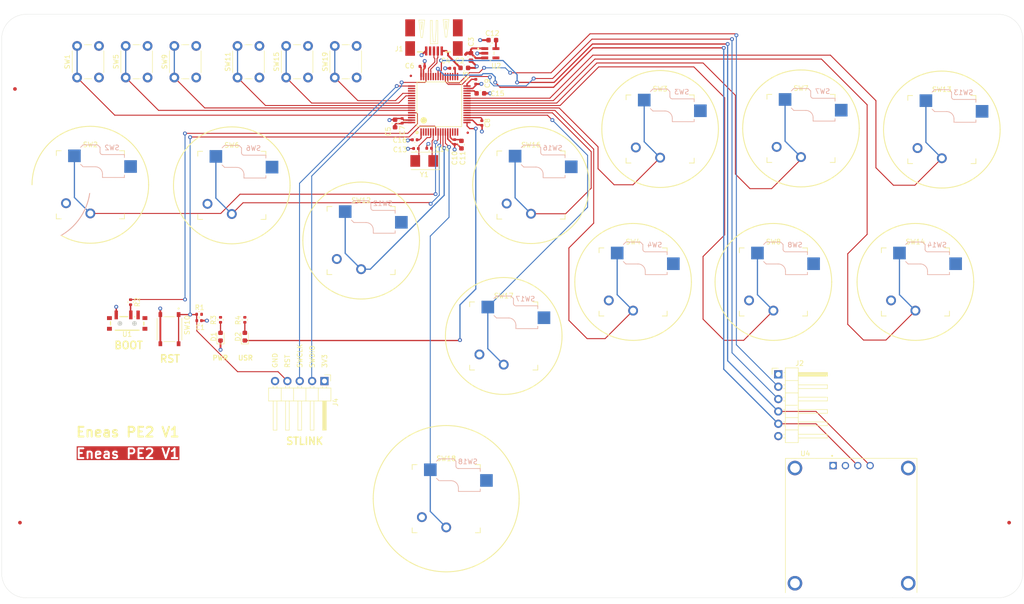
<source format=kicad_pcb>
(kicad_pcb (version 20240108) (generator "pcbnew") (generator_version "8.0")
  (layers (0 "F.Cu" signal) (31 "B.Cu" signal) (34 "B.Paste" user) (35 "F.Paste" user) (36 "B.SilkS" user "B.Silkscreen") (37 "F.SilkS" user "F.Silkscreen") (38 "B.Mask" user) (39 "F.Mask" user) (44 "Edge.Cuts" user))
  (net 0 "")
  (net 1 "GND")
  (net 2 "LEFT")
  (net 3 "DOWN")
  (net 4 "RIGHT")
  (net 5 "UP")
  (net 6 "L1")
  (net 7 "R1")
  (net 8 "TRIANGLE")
  (net 9 "SQUARE")
  (net 10 "CIRCLE")
  (net 11 "CROSS")
  (net 12 "R2")
  (net 13 "L2")
  (net 14 "OPT1")
  (net 15 "OPT2")
  (net 16 "OPT3")
  (net 17 "OPT4")
  (net 18 "OPT5")
  (net 19 "OPT6")
  (net 20 "+3V3")
  (net 21 "RST")
  (net 22 "SWCLK")
  (net 23 "SWDIO")
  (net 24 "BOOT0")
  (net 25 "+5V")
  (net 26 "/USB_D+")
  (net 27 "/USB_D-")
  (net 28 "/UC1")
  (net 29 "/UC3")
  (net 30 "/UC4")
  (net 31 "/UC2")
  (net 32 "Net-(U3-PH0-OSC_IN)")
  (net 33 "Net-(U3-PH1-OSC_OUT)")
  (net 34 "Net-(U3-VCAP_1)")
  (net 36 "Net-(R2-Pad2)")
  (net 44 "I2C_SCL")
  (net 45 "I2C_SDA")
  (net 53 "USART_RX")
  (net 55 "USART_TX")
  (net 66 "Net-(D1-A)")
  (net 67 "Net-(D2-K)")
  (net 68 "Net-(D2-A)")
  (footprint "Kailh:Kailh_socket_PG1350_optional" (layer "F.Cu") (at 87.32 65.17)
    (property "Reference" "SW6")
    (property "Value" "SW_Push")
  )
  (footprint "Kailh:Kailh_socket_PG1350_optional" (layer "F.Cu") (at 113.92 76.52)
    (property "Reference" "SW12")
    (property "Value" "SW_Push")
  )
  (footprint "Kailh:Kailh_socket_PG1350_optional" (layer "F.Cu") (at 131.42 129.62)
    (property "Reference" "SW18")
    (property "Value" "SW_Push")
  )
  (footprint "Kailh:Kailh_socket_PG1350_optional" (layer "F.Cu") (at 148.86 65.11)
    (property "Reference" "SW16")
    (property "Value" "SW_Push")
  )
  (footprint "Kailh:Kailh_socket_PG1350_optional" (layer "F.Cu") (at 175.42 53.58)
    (property "Reference" "SW3")
    (property "Value" "SW_Push")
  )
  (footprint "Kailh:Kailh_socket_PG1350_optional" (layer "F.Cu") (at 204.39 53.46)
    (property "Reference" "SW7")
    (property "Value" "SW_Push")
  )
  (footprint "Kailh:Kailh_socket_PG1350_optional" (layer "F.Cu") (at 233.36 53.7)
    (property "Reference" "SW13")
    (property "Value" "SW_Push")
  )
  (footprint "Kailh:Kailh_socket_PG1350_optional" (layer "F.Cu") (at 143.25 96.15)
    (property "Reference" "SW17")
    (property "Value" "SW_Push")
  )
  (footprint "Kailh:Kailh_socket_PG1350_optional" (layer "F.Cu") (at 169.86 85.04)
    (property "Reference" "SW4")
    (property "Value" "SW_Push")
  )
  (footprint "Kailh:Kailh_socket_PG1350_optional" (layer "F.Cu") (at 198.71 85.04)
    (property "Reference" "SW8")
    (property "Value" "SW_Push")
  )
  (footprint "Kailh:Kailh_socket_PG1350_optional" (layer "F.Cu") (at 227.92 85.04)
    (property "Reference" "SW14")
    (property "Value" "SW_Push")
  )
  (footprint "MountingHole:MountingHole_6.3mm" (layer "F.Cu") (at 47 37)
    (property "Reference" "H1" (hide yes))
    (property "Value" "MountingHole")
  )
  (footprint "MountingHole:MountingHole_6.3mm" (layer "F.Cu") (at 47 143)
    (property "Reference" "H4" (hide yes))
    (property "Value" "MountingHole")
  )
  (footprint "MountingHole:MountingHole_6.3mm" (layer "F.Cu") (at 243 143)
    (property "Reference" "H6" (hide yes))
    (property "Value" "MountingHole")
  )
  (footprint "MountingHole:MountingHole_6.3mm" (layer "F.Cu") (at 243 37)
    (property "Reference" "H3" (hide yes))
    (property "Value" "MountingHole")
  )
  (footprint "Kailh:Kailh_socket_PG1350_optional" (layer "F.Cu") (at 58.225 65.05)
    (property "Reference" "SW2")
    (property "Value" "SW_Push")
  )
  (footprint "MountingHole:MountingHole_6.3mm" (layer "F.Cu") (at 150 37)
    (property "Reference" "H2" (hide yes))
    (property "Value" "MountingHole")
  )
  (footprint "Button_Switch_THT:SW_PUSH_6mm_H5mm" (layer "F.Cu") (at 88.5 43 90)
    (property "Reference" "SW11")
    (property "Value" "C455091")
  )
  (footprint "Button_Switch_THT:SW_PUSH_6mm_H5mm" (layer "F.Cu") (at 65.5 43 90)
    (property "Reference" "SW5")
    (property "Value" "C455091")
  )
  (footprint "Button_Switch_THT:SW_PUSH_6mm_H5mm" (layer "F.Cu") (at 98.5 43 90)
    (property "Reference" "SW15")
    (property "Value" "C455091")
  )
  (footprint "Button_Switch_THT:SW_PUSH_6mm_H5mm" (layer "F.Cu") (at 55.5 43 90)
    (property "Reference" "SW1")
    (property "Value" "C455091")
  )
  (footprint "Button_Switch_THT:SW_PUSH_6mm_H5mm" (layer "F.Cu") (at 75.5 43 90)
    (property "Reference" "SW9")
    (property "Value" "C455091")
  )
  (footprint "Button_Switch_THT:SW_PUSH_6mm_H5mm" (layer "F.Cu") (at 108.5 43 90)
    (property "Reference" "SW19")
    (property "Value" "C455091")
  )
  (footprint "MountingHole:MountingHole_6.3mm" (layer "F.Cu") (at 133.5 78)
    (property "Reference" "H7" (hide yes))
    (property "Value" "MountingHole")
  )
  (footprint "MountingHole:MountingHole_6.3mm" (layer "F.Cu") (at 150 143)
    (property "Reference" "H5" (hide yes))
    (property "Value" "MountingHole")
  )
  (footprint "Capacitor_SMD:C_0402_1005Metric" (layer "F.Cu") (at 122.35 51.9 90)
    (property "Reference" "C7")
    (property "Value" "100n")
  )
  (footprint "PE2:JLC_MINI-USB-SMD" (layer "F.Cu") (at 128.9 35.15 180)
    (property "Reference" "J1")
    (property "Value" "C2977719 miniUSBb")
  )
  (footprint "Fiducial:Fiducial_0.75mm_Mask2.25mm" (layer "F.Cu") (at 42.72 45.35)
    (property "Reference" "FID1" (hide yes))
    (property "Value" "Fiducial")
  )
  (footprint "PE2:MODULE_DM-OLED096-636" (layer "F.Cu") (at 214.8 134.3125)
    (property "Reference" "U4")
    (property "Value" "DM-OLED096-636")
  )
  (footprint "Crystal:Crystal_SMD_5032-2Pin_5.0x3.2mm" (layer "F.Cu") (at 126.9 60.15 180)
    (property "Reference" "Y1")
    (property "Value" " C115962 8MHz")
  )
  (footprint "LED_SMD:LED_0603_1608Metric" (layer "F.Cu") (at 90 96.3 90)
    (property "Reference" "D2")
    (property "Value" "C2286 USR")
  )
  (footprint "PE2:SOT95P275X110-5N" (layer "F.Cu") (at 140.5 38)
    (property "Reference" "U2")
    (property "Value" "C603505 NCP115ASN330T2G LDO")
  )
  (footprint "Capacitor_SMD:C_0603_1608Metric" (layer "F.Cu") (at 134.55 56.8 -90)
    (property "Reference" "C10")
    (property "Value" "1uF")
  )
  (footprint "Resistor_SMD:R_0402_1005Metric" (layer "F.Cu") (at 90 92.825 90)
    (property "Reference" "R4")
    (property "Value" "C226821 180R")
  )
  (footprint "Capacitor_SMD:C_0402_1005Metric" (layer "F.Cu") (at 127.9 57.55 180)
    (property "Reference" "C14")
    (property "Value" "C382724 33pF")
  )
  (footprint "PE2:JLC_SW-SMD" (layer "F.Cu") (at 65.8 93.25 180)
    (property "Reference" "U1")
    (property "Value" "C3008585 bootselSW")
    (fp_poly (pts (xy 2 -0.325) (xy 1.979746 -0.465866) (xy 1.920627 -0.59532) (xy 1.82743 -0.702875) (xy 1.707708 -0.779816) (xy 1.571157 -0.819911) (xy 1.428843 -0.819911) (xy 1.292292 -0.779816) (xy 1.17257 -0.702875) (xy 1.079373 -0.59532) (xy 1.020254 -0.465866) (xy 1 -0.325) (xy 1.020254 -0.184134) (xy 1.079373 -0.05468) (xy 1.17257 0.052875) (xy 1.292292 0.129816) (xy 1.428843 0.169911) (xy 1.571157 0.169911) (xy 1.707708 0.129816) (xy 1.82743 0.052875) (xy 1.920627 -0.05468) (xy 1.979746 -0.184134)) (fill solid) (layer "Edge.Cuts"))
    (fp_poly (pts (xy -1 -0.325) (xy -1.020254 -0.465866) (xy -1.079373 -0.59532) (xy -1.17257 -0.702875) (xy -1.292292 -0.779816) (xy -1.428843 -0.819911) (xy -1.571157 -0.819911) (xy -1.707708 -0.779816) (xy -1.82743 -0.702875) (xy -1.920627 -0.59532) (xy -1.979746 -0.465866) (xy -2 -0.325) (xy -1.979746 -0.184134) (xy -1.920627 -0.05468) (xy -1.82743 0.052875) (xy -1.707708 0.129816) (xy -1.571157 0.169911) (xy -1.428843 0.169911) (xy -1.292292 0.129816) (xy -1.17257 0.052875) (xy -1.079373 -0.05468) (xy -1.020254 -0.184134)) (fill solid) (layer "Edge.Cuts"))
  )
  (footprint "Capacitor_SMD:C_0402_1005Metric" (layer "F.Cu") (at 126.5 40.7)
    (property "Reference" "C6")
    (property "Value" "100n")
  )
  (footprint "Resistor_SMD:R_0402_1005Metric" (layer "F.Cu") (at 85 92.825 -90)
    (property "Reference" "R3")
    (property "Value" "C226821 180R")
  )
  (footprint "Capacitor_SMD:C_0402_1005Metric" (layer "F.Cu") (at 132.65 41.1 180)
    (property "Reference" "C4")
    (property "Value" "100n")
  )
  (footprint "Capacitor_SMD:C_0603_1608Metric" (layer "F.Cu") (at 138.45 46.25)
    (property "Reference" "C15")
    (property "Value" "4.7uF")
  )
  (footprint "Connector_PinHeader_2.54mm:PinHeader_1x06_P2.54mm_Horizontal" (layer "F.Cu") (at 199.725 104.05)
    (property "Reference" "J2")
    (property "Value" "Conn_01x06")
  )
  (footprint "Fiducial:Fiducial_0.5mm_Mask1mm" (layer "F.Cu") (at 135.85 54.35)
    (property "Reference" "FID4" (hide yes))
    (property "Value" "Fiducial")
  )
  (footprint "Resistor_SMD:R_0402_1005Metric" (layer "F.Cu") (at 66.5 89.2 -90)
    (property "Reference" "R2")
    (property "Value" "C163810 10k")
  )
  (footprint "Capacitor_SMD:C_0603_1608Metric" (layer "F.Cu") (at 120.9 52.45 90)
    (property "Reference" "C5")
    (property "Value" "10uF")
  )
  (footprint "Resistor_SMD:R_0402_1005Metric" (layer "F.Cu") (at 80.6 91.7 180)
    (property "Reference" "R1")
    (property "Value" "C163810 10k")
  )
  (footprint "LED_SMD:LED_0603_1608Metric" (layer "F.Cu") (at 85 96.3 90)
    (property "Reference" "D1")
    (property "Value" "C2286 PWR")
  )
  (footprint "Capacitor_SMD:C_0603_1608Metric" (layer "F.Cu") (at 140.9 35.3 180)
    (property "Reference" "C12")
    (property "Value" "1uF Cer")
  )
  (footprint "Capacitor_SMD:C_0402_1005Metric" (layer "F.Cu") (at 124.955 55.8 180)
    (property "Reference" "C16")
    (property "Value" "100n")
  )
  (footprint "Capacitor_SMD:C_0402_1005Metric" (layer "F.Cu") (at 138.75 52.35 -90)
    (property "Reference" "C8")
    (property "Value" "100n")
  )
  (footprint "Capacitor_SMD:C_0603_1608Metric" (layer "F.Cu") (at 136.5 38.75 -90)
    (property "Reference" "C3")
    (property "Value" "1uF Cer")
  )
  (footprint "Fiducial:Fiducial_0.75mm_Mask2.25mm" (layer "F.Cu") (at 43.75 134.55)
    (property "Reference" "FID2" (hide yes))
    (property "Value" "Fiducial")
  )
  (footprint "Capacitor_SMD:C_0402_1005Metric" (layer "F.Cu") (at 133.15 56.25 -90)
    (property "Reference" "C11")
    (property "Value" "100n")
  )
  (footprint "Capacitor_SMD:C_0603_1608Metric" (layer "F.Cu") (at 135.14 41.02)
    (property "Reference" "C2")
    (property "Value" "1uF")
  )
  (footprint "PE2:JLC_TactSW_Low-profile" (layer "F.Cu") (at 74.5 94.75 -90)
    (property "Reference" "SW10")
    (property "Value" "C2985742")
  )
  (footprint "PE2:STM32F446RCT6" (layer "F.Cu") (at 130 48.5 90)
    (property "Reference" "U3")
    (property "Value" "STM32F446RCT6")
  )
  (footprint "Capacitor_SMD:C_0402_1005Metric" (layer "F.Cu") (at 137.5 43.85 -90)
    (property "Reference" "C9")
    (property "Value" "100n")
  )
  (footprint "Fiducial:Fiducial_0.75mm_Mask2.25mm" (layer "F.Cu") (at 247.2 134.55)
    (property "Reference" "FID3" (hide yes))
    (property "Value" "Fiducial")
  )
  (footprint "Fiducial:Fiducial_0.5mm_Mask1mm" (layer "F.Cu") (at 124.15 42.65)
    (property "Reference" "FID5" (hide yes))
    (property "Value" "Fiducial")
  )
  (footprint "Capacitor_SMD:C_0402_1005Metric" (layer "F.Cu") (at 80.6 93)
    (property "Reference" "C1")
    (property "Value" "100n")
  )
  (footprint "Connector_PinHeader_2.54mm:PinHeader_1x05_P2.54mm_Horizontal" (layer "F.Cu") (at 106.375 105.425 -90)
    (property "Reference" "J4")
    (property "Value" "Conn_01x05")
  )
  (footprint "Capacitor_SMD:C_0402_1005Metric" (layer "F.Cu") (at 125.2 57.6 180)
    (property "Reference" "C13")
    (property "Value" "C382724 33pF")
  )
  (gr_curve (pts (xy 52.226909 75.468162) (xy 55.938094 73.319705) (xy 58.224278 69.349193) (xy 58.224278 65.05228)) (stroke (width 0.2)) (layer "B.SilkS"))
  (gr_line (start 216.382567 53.463258) (end 216.382567 53.463258) (stroke (width 0.2)) (layer "F.SilkS"))
  (gr_line (start 245.355098 53.699766) (end 245.355098 53.699766) (stroke (width 0.2)) (layer "F.SilkS"))
  (gr_curve (pts (xy 75.320345 65.17053) (xy 75.320345 60.873617) (xy 77.606529 56.903105) (xy 81.317714 54.754648)) (stroke (width 0.2)) (layer "F.SilkS"))
  (gr_curve (pts (xy 93.312452 54.754648) (xy 97.023636 56.903105) (xy 99.309821 60.873617) (xy 99.309821 65.17053)) (stroke (width 0.2)) (layer "F.SilkS"))
  (gr_curve (pts (xy 181.412661 63.9974) (xy 177.701476 66.145857) (xy 173.129108 66.145857) (xy 169.417923 63.9974)) (stroke (width 0.2)) (layer "F.SilkS"))
  (gr_curve (pts (xy 233.918028 74.621539) (xy 237.629213 76.769996) (xy 239.915397 80.740507) (xy 239.915397 85.037421)) (stroke (width 0.2)) (layer "F.SilkS"))
  (gr_line (start 187.41003 53.581518) (end 187.41003 53.581518) (stroke (width 0.2)) (layer "F.SilkS"))
  (gr_curve (pts (xy 233.918028 95.453303) (xy 230.206843 97.601759) (xy 225.634475 97.601759) (xy 221.92329 95.453303)) (stroke (width 0.2)) (layer "F.SilkS"))
  (gr_curve (pts (xy 123.913745 142.649412) (xy 119.271238 139.9618) (xy 116.411337 134.994889) (xy 116.411337 129.619665)) (stroke (width 0.2)) (layer "F.SilkS"))
  (gr_curve (pts (xy 204.70893 95.453303) (xy 200.997745 97.601759) (xy 196.425377 97.601759) (xy 192.714192 95.453303)) (stroke (width 0.2)) (layer "F.SilkS"))
  (gr_curve (pts (xy 192.714192 74.621539) (xy 196.425377 72.473082) (xy 200.997745 72.473082) (xy 204.70893 74.621539)) (stroke (width 0.2)) (layer "F.SilkS"))
  (gr_curve (pts (xy 239.915397 85.037421) (xy 239.915397 89.334334) (xy 237.629213 93.304846) (xy 233.918028 95.453303)) (stroke (width 0.2)) (layer "F.SilkS"))
  (gr_curve (pts (xy 142.865684 75.530868) (xy 139.154499 73.382411) (xy 136.868315 69.4119) (xy 136.868315 65.114986)) (stroke (width 0.2)) (layer "F.SilkS"))
  (gr_curve (pts (xy 210.706299 85.037421) (xy 210.706299 89.334334) (xy 208.420115 93.304846) (xy 204.70893 95.453303)) (stroke (width 0.2)) (layer "F.SilkS"))
  (gr_curve (pts (xy 210.385198 43.047376) (xy 214.096383 45.195832) (xy 216.382567 49.166344) (xy 216.382567 53.463258)) (stroke (width 0.2)) (layer "F.SilkS"))
  (gr_line (start 181.852021 85.037421) (end 181.852021 85.037421) (stroke (width 0.2)) (layer "F.SilkS"))
  (gr_curve (pts (xy 221.92329 95.453303) (xy 218.212105 93.304846) (xy 215.925921 89.334334) (xy 215.925921 85.037421)) (stroke (width 0.2)) (layer "F.SilkS"))
  (gr_curve (pts (xy 93.312452 75.586412) (xy 89.601267 77.734869) (xy 85.028899 77.734869) (xy 81.317714 75.586412)) (stroke (width 0.2)) (layer "F.SilkS"))
  (gr_curve (pts (xy 175.854652 95.453303) (xy 172.143467 97.601759) (xy 167.571099 97.601759) (xy 163.859914 95.453303)) (stroke (width 0.2)) (layer "F.SilkS"))
  (gr_line (start 239.915397 85.037421) (end 239.915397 85.037421) (stroke (width 0.2)) (layer "F.SilkS"))
  (gr_curve (pts (xy 186.716823 85.037421) (xy 186.716823 80.740507) (xy 189.003008 76.769996) (xy 192.714192 74.621539)) (stroke (width 0.2)) (layer "F.SilkS"))
  (gr_curve (pts (xy 138.918561 142.649412) (xy 134.276055 145.337024) (xy 128.556251 145.337024) (xy 123.913745 142.649412)) (stroke (width 0.2)) (layer "F.SilkS"))
  (gr_curve (pts (xy 169.417923 43.165636) (xy 173.129108 41.01718) (xy 177.701476 41.01718) (xy 181.412661 43.165636)) (stroke (width 0.2)) (layer "F.SilkS"))
  (gr_curve (pts (xy 64.221646 54.636398) (xy 67.932831 56.784855) (xy 70.219015 60.755367) (xy 70.219015 65.05228)) (stroke (width 0.2)) (layer "F.SilkS"))
  (gr_curve (pts (xy 245.355098 53.699766) (xy 245.355097 60.342218) (xy 239.98487 65.72699) (xy 233.36036 65.72699)) (stroke (width 0.2)) (layer "F.SilkS"))
  (gr_curve (pts (xy 160.857791 65.114986) (xy 160.857791 69.4119) (xy 158.571607 73.382411) (xy 154.860422 75.530868)) (stroke (width 0.2)) (layer "F.SilkS"))
  (gr_curve (pts (xy 52.226909 54.636398) (xy 55.938093 52.487941) (xy 60.510462 52.487941) (xy 64.221646 54.636398)) (stroke (width 0.2)) (layer "F.SilkS"))
  (gr_curve (pts (xy 131.255108 96.153426) (xy 131.255108 91.856513) (xy 133.541293 87.886001) (xy 137.252477 85.737546)) (stroke (width 0.2)) (layer "F.SilkS"))
  (gr_curve (pts (xy 192.393091 53.463258) (xy 192.393091 49.166344) (xy 194.679275 45.195832) (xy 198.39046 43.047376)) (stroke (width 0.2)) (layer "F.SilkS"))
  (gr_curve (pts (xy 119.919904 86.938924) (xy 116.208719 89.08738) (xy 111.636351 89.08738) (xy 107.925166 86.938924)) (stroke (width 0.2)) (layer "F.SilkS"))
  (gr_curve (pts (xy 101.927798 76.523042) (xy 101.927798 72.226128) (xy 104.213982 68.255617) (xy 107.925166 66.10716)) (stroke (width 0.2)) (layer "F.SilkS"))
  (gr_curve (pts (xy 137.252477 85.737546) (xy 140.963662 83.589088) (xy 145.53603 83.589088) (xy 149.247215 85.737546)) (stroke (width 0.2)) (layer "F.SilkS"))
  (gr_curve (pts (xy 154.860422 54.699104) (xy 158.571607 56.847561) (xy 160.857791 60.818073) (xy 160.857791 65.114986)) (stroke (width 0.2)) (layer "F.SilkS"))
  (gr_curve (pts (xy 221.92329 74.621539) (xy 225.634475 72.473082) (xy 230.206843 72.473082) (xy 233.918028 74.621539)) (stroke (width 0.2)) (layer "F.SilkS"))
  (gr_line (start 155.244584 96.153426) (end 155.244584 96.153426) (stroke (width 0.2)) (layer "F.SilkS"))
  (gr_curve (pts (xy 181.852021 85.037421) (xy 181.852021 89.334334) (xy 179.565837 93.304846) (xy 175.854652 95.453303)) (stroke (width 0.2)) (layer "F.SilkS"))
  (gr_curve (pts (xy 138.918561 116.589918) (xy 143.561067 119.277529) (xy 146.420969 124.244441) (xy 146.420969 129.619665)) (stroke (width 0.2)) (layer "F.SilkS"))
  (gr_curve (pts (xy 64.221646 75.468162) (xy 60.510462 77.616619) (xy 55.938093 77.616619) (xy 52.226909 75.468162)) (stroke (width 0.2)) (layer "F.SilkS"))
  (gr_curve (pts (xy 227.362991 43.283884) (xy 231.074176 41.135427) (xy 235.646544 41.135427) (xy 239.357729 43.283884)) (stroke (width 0.2)) (layer "F.SilkS"))
  (gr_curve (pts (xy 169.417923 63.9974) (xy 165.706739 61.848943) (xy 163.420555 57.878432) (xy 163.420555 53.581518)) (stroke (width 0.2)) (layer "F.SilkS"))
  (gr_curve (pts (xy 116.411337 129.619665) (xy 116.411337 124.244441) (xy 119.271238 119.277529) (xy 123.913745 116.589918)) (stroke (width 0.2)) (layer "F.SilkS"))
  (gr_line (start 160.857791 65.114986) (end 160.857791 65.114986) (stroke (width 0.2)) (layer "F.SilkS"))
  (gr_curve (pts (xy 149.247215 85.737546) (xy 152.9584 87.886001) (xy 155.244584 91.856513) (xy 155.244584 96.153426)) (stroke (width 0.2)) (layer "F.SilkS"))
  (gr_curve (pts (xy 215.925921 85.037421) (xy 215.925921 80.740507) (xy 218.212105 76.769996) (xy 221.92329 74.621539)) (stroke (width 0.2)) (layer "F.SilkS"))
  (gr_curve (pts (xy 163.859914 95.453303) (xy 160.148729 93.304846) (xy 157.862545 89.334334) (xy 157.862545 85.037421)) (stroke (width 0.2)) (layer "F.SilkS"))
  (gr_curve (pts (xy 181.412661 43.165636) (xy 185.123846 45.314093) (xy 187.41003 49.284605) (xy 187.41003 53.581518)) (stroke (width 0.2)) (layer "F.SilkS"))
  (gr_curve (pts (xy 163.859914 74.621539) (xy 167.571099 72.473082) (xy 172.143467 72.473082) (xy 175.854652 74.621539)) (stroke (width 0.2)) (layer "F.SilkS"))
  (gr_curve (pts (xy 239.357729 43.283884) (xy 243.068914 45.432341) (xy 245.355098 49.402853) (xy 245.355098 53.699766)) (stroke (width 0.2)) (layer "F.SilkS"))
  (gr_curve (pts (xy 70.219015 65.05228) (xy 70.219015 69.349193) (xy 67.932831 73.319705) (xy 64.221646 75.468162)) (stroke (width 0.2)) (layer "F.SilkS"))
  (gr_curve (pts (xy 163.420555 53.581518) (xy 163.420555 49.284605) (xy 165.706739 45.314093) (xy 169.417923 43.165636)) (stroke (width 0.2)) (layer "F.SilkS"))
  (gr_line (start 70.219015 65.05228) (end 70.219015 65.05228) (stroke (width 0.2)) (layer "F.SilkS"))
  (gr_curve (pts (xy 107.925166 66.10716) (xy 111.636351 63.958703) (xy 116.208719 63.958703) (xy 119.919904 66.10716)) (stroke (width 0.2)) (layer "F.SilkS"))
  (gr_curve (pts (xy 146.420969 129.619665) (xy 146.420969 134.994889) (xy 143.561067 139.9618) (xy 138.918561 142.649412)) (stroke (width 0.2)) (layer "F.SilkS"))
  (gr_curve (pts (xy 157.862545 85.037421) (xy 157.862545 80.740507) (xy 160.148729 76.769996) (xy 163.859914 74.621539)) (stroke (width 0.2)) (layer "F.SilkS"))
  (gr_curve (pts (xy 119.919904 66.10716) (xy 123.631089 68.255617) (xy 125.917273 72.226128) (xy 125.917273 76.523042)) (stroke (width 0.2)) (layer "F.SilkS"))
  (gr_curve (pts (xy 123.913745 116.589918) (xy 128.556251 113.902306) (xy 134.276055 113.902306) (xy 138.918561 116.589918)) (stroke (width 0.2)) (layer "F.SilkS"))
  (gr_curve (pts (xy 107.925166 86.938924) (xy 104.213982 84.790467) (xy 101.927798 80.819955) (xy 101.927798 76.523042)) (stroke (width 0.2)) (layer "F.SilkS"))
  (gr_curve (pts (xy 210.385198 63.879139) (xy 206.674013 66.027596) (xy 202.101645 66.027596) (xy 198.39046 63.879139)) (stroke (width 0.2)) (layer "F.SilkS"))
  (gr_curve (pts (xy 221.365622 53.699766) (xy 221.365622 49.402853) (xy 223.651806 45.432341) (xy 227.362991 43.283884)) (stroke (width 0.2)) (layer "F.SilkS"))
  (gr_curve (pts (xy 81.317714 75.586412) (xy 77.606529 73.437955) (xy 75.320345 69.467444) (xy 75.320345 65.17053)) (stroke (width 0.2)) (layer "F.SilkS"))
  (gr_curve (pts (xy 187.41003 53.581518) (xy 187.41003 57.878432) (xy 185.123846 61.848943) (xy 181.412661 63.9974)) (stroke (width 0.2)) (layer "F.SilkS"))
  (gr_curve (pts (xy 198.39046 63.879139) (xy 194.679275 61.730683) (xy 192.393091 57.760171) (xy 192.393091 53.463258)) (stroke (width 0.2)) (layer "F.SilkS"))
  (gr_curve (pts (xy 137.252477 106.569308) (xy 133.541293 104.420852) (xy 131.255108 100.45034) (xy 131.255108 96.153426)) (stroke (width 0.2)) (layer "F.SilkS"))
  (gr_curve (pts (xy 81.317714 54.754648) (xy 85.028899 52.606192) (xy 89.601267 52.606192) (xy 93.312452 54.754648)) (stroke (width 0.2)) (layer "F.SilkS"))
  (gr_curve (pts (xy 136.868315 65.114986) (xy 136.868315 60.818073) (xy 139.154499 56.847561) (xy 142.865684 54.699104)) (stroke (width 0.2)) (layer "F.SilkS"))
  (gr_line (start 125.917273 76.523042) (end 125.917273 76.523042) (stroke (width 0.2)) (layer "F.SilkS"))
  (gr_line (start 99.309821 65.17053) (end 99.309821 65.17053) (stroke (width 0.2)) (layer "F.SilkS"))
  (gr_curve (pts (xy 149.247215 106.569308) (xy 145.53603 108.717765) (xy 140.963662 108.717765) (xy 137.252477 106.569308)) (stroke (width 0.2)) (layer "F.SilkS"))
  (gr_curve (pts (xy 155.244584 96.153426) (xy 155.244584 100.45034) (xy 152.9584 104.420852) (xy 149.247215 106.569308)) (stroke (width 0.2)) (layer "F.SilkS"))
  (gr_curve (pts (xy 99.309821 65.17053) (xy 99.309821 69.467444) (xy 97.023636 73.437955) (xy 93.312452 75.586412)) (stroke (width 0.2)) (layer "F.SilkS"))
  (gr_curve (pts (xy 192.714192 95.453303) (xy 189.003008 93.304846) (xy 186.716823 89.334334) (xy 186.716823 85.037421)) (stroke (width 0.2)) (layer "F.SilkS"))
  (gr_curve (pts (xy 175.854652 74.621539) (xy 179.565837 76.769996) (xy 181.852021 80.740507) (xy 181.852021 85.037421)) (stroke (width 0.2)) (layer "F.SilkS"))
  (gr_curve (pts (xy 46.22954 65.05228) (xy 46.22954 60.755367) (xy 48.515724 56.784855) (xy 52.226909 54.636398)) (stroke (width 0.2)) (layer "F.SilkS"))
  (gr_line (start 146.420969 129.619665) (end 146.420969 129.619665) (stroke (width 0.2)) (layer "F.SilkS"))
  (gr_curve (pts (xy 125.917273 76.523042) (xy 125.917273 80.819955) (xy 123.631089 84.790467) (xy 119.919904 86.938924)) (stroke (width 0.2)) (layer "F.SilkS"))
  (gr_curve (pts (xy 233.36036 65.72699) (xy 226.73585 65.72699) (xy 221.365623 60.342218) (xy 221.365622 53.699766)) (stroke (width 0.2)) (layer "F.SilkS"))
  (gr_curve (pts (xy 154.860422 75.530868) (xy 151.149237 77.679325) (xy 146.576869 77.679325) (xy 142.865684 75.530868)) (stroke (width 0.2)) (layer "F.SilkS"))
  (gr_curve (pts (xy 204.70893 74.621539) (xy 208.420115 76.769996) (xy 210.706299 80.740507) (xy 210.706299 85.037421)) (stroke (width 0.2)) (layer "F.SilkS"))
  (gr_curve (pts (xy 198.39046 43.047376) (xy 202.101645 40.898919) (xy 206.674013 40.898919) (xy 210.385198 43.047376)) (stroke (width 0.2)) (layer "F.SilkS"))
  (gr_curve (pts (xy 216.382567 53.463258) (xy 216.382567 57.760171) (xy 214.096383 61.730683) (xy 210.385198 63.879139)) (stroke (width 0.2)) (layer "F.SilkS"))
  (gr_curve (pts (xy 142.865684 54.699104) (xy 146.576869 52.550648) (xy 151.149237 52.550648) (xy 154.860422 54.699104)) (stroke (width 0.2)) (layer "F.SilkS"))
  (gr_line (start 210.706299 85.037421) (end 210.706299 85.037421) (stroke (width 0.2)) (layer "F.SilkS"))
  (gr_line (start 250 35) (end 250 145) (stroke (width 0.05)) (layer "Edge.Cuts"))
  (gr_line (start 40 145) (end 40 35) (stroke (width 0.05)) (layer "Edge.Cuts"))
  (gr_line (start 45 30) (end 136 30) (stroke (width 0.05)) (layer "Edge.Cuts"))
  (gr_line (start 136 30) (end 245 30) (stroke (width 0.05)) (layer "Edge.Cuts"))
  (gr_line (start 245 150) (end 223.2 150) (stroke (width 0.05)) (layer "Edge.Cuts"))
  (gr_arc (start 40 35) (mid 41.464466 31.464466) (end 45 30) (stroke (width 0.05)) (layer "Edge.Cuts"))
  (gr_arc (start 45 150) (mid 41.464466 148.535534) (end 40 145) (stroke (width 0.05)) (layer "Edge.Cuts"))
  (gr_arc (start 250 145) (mid 248.535534 148.535534) (end 245 150) (stroke (width 0.05)) (layer "Edge.Cuts"))
  (gr_arc (start 245 30) (mid 248.535534 31.464466) (end 250 35) (stroke (width 0.05)) (layer "Edge.Cuts"))
  (gr_line (start 223.2 150) (end 45 150) (stroke (width 0.05)) (layer "Edge.Cuts"))
  (gr_text "Eneas PE2 V1" (at 55.1 121.525 0) (layer "F.Cu" knockout) (effects (font (size 2 2) (thickness 0.4) (bold yes)) (justify left bottom)))
  (gr_text "RST\n" (at 99.35 102.8 90) (layer "F.SilkS") (effects (font (size 1 1) (thickness 0.15) (bold yes)) (justify left bottom)))
  (gr_text "RST" (at 72.35 101.725 0) (layer "F.SilkS") (effects (font (size 1.5 1.5) (thickness 0.3) (bold yes)) (justify left bottom)))
  (gr_text "USR\n" (at 88.5 101.25 0) (layer "F.SilkS") (effects (font (size 1 1) (thickness 0.2) (bold yes)) (justify left bottom)))
  (gr_text "PWR" (at 83.25 101.25 0) (layer "F.SilkS") (effects (font (size 1 1) (thickness 0.2) (bold yes)) (justify left bottom)))
  (gr_text "3V3" (at 107 102.8 90) (layer "F.SilkS") (effects (font (size 1 1)) (justify left bottom)))
  (gr_text "Eneas PE2 V1" (at 55.1 117.1 0) (layer "F.SilkS") (effects (font (size 2 2) (thickness 0.4) (bold yes)) (justify left bottom)))
  (gr_text "SWCLK" (at 101.9 102.8 90) (layer "F.SilkS") (effects (font (size 1 1)) (justify left bottom)))
  (gr_text "SWDIO" (at 104.45 102.825 90) (layer "F.SilkS") (effects (font (size 1 1)) (justify left bottom)))
  (gr_text "STLINK\n" (at 98.325 118.65 0) (layer "F.SilkS") (effects (font (size 1.5 1.5) (thickness 0.3) (bold yes)) (justify left bottom)))
  (gr_text "GND\n" (at 96.8 102.8 90) (layer "F.SilkS") (effects (font (size 1 1) (thickness 0.15) (bold yes)) (justify left bottom)))
  (gr_text "BOOT" (at 63 98.95 0) (layer "F.SilkS") (effects (font (size 1.5 1.5) (thickness 0.3) (bold yes)) (justify left bottom)))
  (segment (start 124.3 51.75) (end 122.68 51.75) (width 0.3) (layer "F.Cu") (net 1))
  (segment (start 127.75 56.65) (end 127.42 56.98) (width 0.2) (layer "F.Cu") (net 1))
  (segment (start 123.6 57.6) (end 123.55 57.65) (width 0.2) (layer "F.Cu") (net 1))
  (segment (start 85 97.0875) (end 85 99) (width 0.381) (layer "F.Cu") (net 1))
  (segment (start 63.55 91.825) (end 63.55 90.15) (width 0.3) (layer "F.Cu") (net 1))
  (segment (start 127.42 56.98) (end 127.42 57.55) (width 0.2) (layer "F.Cu") (net 1))
  (segment (start 72.625 91.75) (end 72.625 97.75) (width 0.381) (layer "F.Cu") (net 1))
  (segment (start 136.525 39.525) (end 137.7 40.7) (width 0.4) (layer "F.Cu") (net 1))
  (segment (start 121.155 51.42) (end 120.9 51.675) (width 0.3) (layer "F.Cu") (net 1))
  (segment (start 126.75 42.8) (end 126.75 41.33) (width 0.3) (layer "F.Cu") (net 1))
  (segment (start 122.35 51.42) (end 121.155 51.42) (width 0.3) (layer "F.Cu") (net 1))
  (segment (start 126.98 41.1) (end 126.98 40.02) (width 0.4) (layer "F.Cu") (net 1))
  (segment (start 126.35 38.4) (end 127.35 37.4) (width 0.381) (layer "F.Cu") (net 1))
  (segment (start 123.65 55.8) (end 124.475 55.8) (width 0.381) (layer "F.Cu") (net 1))
  (segment (start 133.705 56.73) (end 134.55 57.575) (width 0.3) (layer "F.Cu") (net 1))
  (segment (start 132.840001 56.73) (end 133.15 56.73) (width 0.3) (layer "F.Cu") (net 1))
  (segment (start 138.62 44.33) (end 138.65 44.3) (width 0.4) (layer "F.Cu") (net 1))
  (segment (start 72.625 91.75) (end 72.625 90.525) (width 0.381) (layer "F.Cu") (net 1))
  (segment (start 136.823154 51.75) (end 137.803154 52.73) (width 0.3) (layer "F.Cu") (net 1))
  (segment (start 124.72 57.6) (end 123.6 57.6) (width 0.2) (layer "F.Cu") (net 1))
  (segment (start 72.625 90.525) (end 72.6 90.5) (width 0.381) (layer "F.Cu") (net 1))
  (segment (start 119.825 51.675) (end 119.75 51.75) (width 0.3) (layer "F.Cu") (net 1))
  (segment (start 137.38 41.02) (end 137.7 40.7) (width 0.4) (layer "F.Cu") (net 1))
  (segment (start 136.5 39.525) (end 136.525 39.525) (width 0.4) (layer "F.Cu") (net 1))
  (segment (start 138.75 54.1) (end 138.8 54.05) (width 0.3) (layer "F.Cu") (net 1))
  (segment (start 131.75 54.2) (end 131.75 55.639999) (width 0.3) (layer "F.Cu") (net 1))
  (segment (start 135.915 41.02) (end 137.38 41.02) (width 0.4) (layer "F.Cu") (net 1))
  (segment (start 135.7 45.25) (end 136.859999 45.25) (width 0.3) (layer "F.Cu") (net 1))
  (segment (start 140.125 35.3) (end 138.4 35.3) (width 0.4) (layer "F.Cu") (net 1))
  (segment (start 122.68 51.75) (end 122.35 51.42) (width 0.3) (layer "F.Cu") (net 1))
  (segment (start 123.525 55.925) (end 123.65 55.8) (width 0.381) (layer "F.Cu") (net 1))
  (segment (start 137.85 38) (end 137.8 38.05) (width 0.4) (layer "F.Cu") (net 1))
  (segment (start 127.35 37.4) (end 127.35 36.975) (width 0.381) (layer "F.Cu") (net 1))
  (segment (start 139.225 46.25) (end 140.45 46.25) (width 0.4) (layer "F.Cu") (net 1))
  (segment (start 137.5 44.33) (end 138.62 44.33) (width 0.4) (layer "F.Cu") (net 1))
  (segment (start 136.859999 45.25) (end 137.5 44.609999) (width 0.3) (layer "F.Cu") (net 1))
  (segment (start 139.355 38) (end 137.85 38) (width 0.4) (layer "F.Cu") (net 1))
  (segment (start 120.9 51.675) (end 119.825 51.675) (width 0.3) (layer "F.Cu") (net 1))
  (segment (start 137.803154 52.73) (end 138.8 52.73) (width 0.3) (layer "F.Cu") (net 1))
  (segment (start 137.5 44.609999) (end 137.5 44.33) (width 0.3) (layer "F.Cu") (net 1))
  (segment (start 81.08 93) (end 82.2 93) (width 0.381) (layer "F.Cu") (net 1))
  (segment (start 135.7 51.75) (end 136.823154 51.75) (width 0.3) (layer "F.Cu") (net 1))
  (segment (start 133.15 56.73) (end 133.15 57.8) (width 0.3) (layer "F.Cu") (net 1))
  (segment (start 131.75 55.639999) (end 132.840001 56.73) (width 0.3) (layer "F.Cu") (net 1))
  (segment (start 126.75 41.33) (end 126.98 41.1) (width 0.3) (layer "F.Cu") (net 1))
  (segment (start 126.98 40.02) (end 127 40) (width 0.4) (layer "F.Cu") (net 1))
  (segment (start 132.17 41.1) (end 131.2 41.1) (width 0.381) (layer "F.Cu") (net 1))
  (segment (start 133.15 56.73) (end 133.705 56.73) (width 0.3) (layer "F.Cu") (net 1))
  (segment (start 138.8 54.05) (end 138.8 52.73) (width 0.3) (layer "F.Cu") (net 1))
  (via (at 123.525 55.925) (size 0.8) (drill 0.4) (layers "F.Cu" "B.Cu") (net 1))
  (via (at 133.15 57.8) (size 0.8) (drill 0.4) (layers "F.Cu" "B.Cu") (net 1))
  (via (at 138.65 44.3) (size 0.8) (drill 0.4) (layers "F.Cu" "B.Cu") (net 1))
  (via (at 131.2 41.1) (size 0.8) (drill 0.4) (layers "F.Cu" "B.Cu") (net 1))
  (via (at 127 39.6) (size 0.8) (drill 0.4) (layers "F.Cu" "B.Cu") (net 1))
  (via (at 126.35 38.4) (size 0.8) (drill 0.4) (layers "F.Cu" "B.Cu") (net 1))
  (via (at 123.55 57.65) (size 0.8) (drill 0.4) (layers "F.Cu" "B.Cu") (net 1))
  (via (at 140.45 46.25) (size 0.8) (drill 0.4) (layers "F.Cu" "B.Cu") (net 1))
  (via (at 85 99) (size 0.8) (drill 0.4) (layers "F.Cu" "B.Cu") (net 1))
  (via (at 127.75 56.65) (size 0.8) (drill 0.4) (layers "F.Cu" "B.Cu") (net 1))
  (via (at 82.2 93) (size 0.8) (drill 0.4) (layers "F.Cu" "B.Cu") (net 1))
  (via (at 119.75 51.75) (size 0.8) (drill 0.4) (layers "F.Cu" "B.Cu") (net 1))
  (via (at 137.7 40.7) (size 0.8) (drill 0.4) (layers "F.Cu" "B.Cu") (net 1))
  (via (at 63.55 90.15) (size 0.8) (drill 0.4) (layers "F.Cu" "B.Cu") (net 1))
  (via (at 138.4 35.3) (size 0.8) (drill 0.4) (layers "F.Cu" "B.Cu") (net 1))
  (via (at 137.8 38.05) (size 0.8) (drill 0.4) (layers "F.Cu" "B.Cu") (net 1))
  (via (at 138.75 54.1) (size 0.8) (drill 0.4) (layers "F.Cu" "B.Cu") (net 1))
  (via (at 72.6 90.5) (size 0.8) (drill 0.4) (layers "F.Cu" "B.Cu") (net 1))
  (segment (start 129.75 55.777) (end 129.75 54.2) (width 0.2) (layer "F.Cu") (net 2))
  (segment (start 129.227 56.3) (end 129.527 56) (width 0.2) (layer "F.Cu") (net 2))
  (segment (start 129.225458 66.975458) (end 129.200916 67) (width 0.2) (layer "F.Cu") (net 2))
  (segment (start 89 67) (end 85.05 70.95) (width 0.2) (layer "F.Cu") (net 2))
  (segment (start 85.05 70.95) (end 58.225 70.95) (width 0.2) (layer "F.Cu") (net 2))
  (segment (start 129.200916 67) (end 89 67) (width 0.2) (layer "F.Cu") (net 2))
  (segment (start 129.227 56.3) (end 129.75 55.777) (width 0.2) (layer "F.Cu") (net 2))
  (via (at 129.227 56.3) (size 0.8) (drill 0.4) (layers "F.Cu" "B.Cu") (net 2))
  (via (at 129.225458 66.975458) (size 0.8) (drill 0.4) (layers "F.Cu" "B.Cu") (net 2))
  (segment (start 58.225 70.95) (end 54.95 67.675) (width 0.254) (layer "B.Cu") (net 2))
  (segment (start 129.225458 56.301542) (end 129.227 56.3) (width 0.2) (layer "B.Cu") (net 2))
  (segment (start 129.225458 66.975458) (end 129.225458 56.301542) (width 0.2) (layer "B.Cu") (net 2))
  (segment (start 54.95 67.675) (end 54.95 59.1) (width 0.254) (layer "B.Cu") (net 2))
  (segment (start 113.118048 68.75) (end 89.64 68.75) (width 0.2) (layer "F.Cu") (net 3))
  (segment (start 127.966 68.716) (end 113.152048 68.716) (width 0.2) (layer "F.Cu") (net 3))
  (segment (start 130.25 56.5) (end 130 57) (width 0.2) (layer "F.Cu") (net 3))
  (segment (start 130.25 54.2) (end 130.25 56.25) (width 0.2) (layer "F.Cu") (net 3))
  (segment (start 89.64 68.75) (end 87.32 71.07) (width 0.2) (layer "F.Cu") (net 3))
  (segment (start 113.152048 68.716) (end 113.118048 68.75) (width 0.2) (layer "F.Cu") (net 3))
  (segment (start 130.25 56.25) (end 130.25 56.5) (width 0.2) (layer "F.Cu") (net 3))
  (segment (start 128.220433 68.970433) (end 127.966 68.716) (width 0.2) (layer "F.Cu") (net 3))
  (via (at 130 57) (size 0.8) (drill 0.4) (layers "F.Cu" "B.Cu") (net 3))
  (via (at 128.220433 68.970433) (size 0.8) (drill 0.4) (layers "F.Cu" "B.Cu") (net 3))
  (segment (start 130 67.190866) (end 130 57) (width 0.2) (layer "B.Cu") (net 3))
  (segment (start 84.045 59.22) (end 84.045 67.795) (width 0.254) (layer "B.Cu") (net 3))
  (segment (start 84.045 59.22) (end 84.698048 59.22) (width 0.2) (layer "B.Cu") (net 3))
  (segment (start 84.045 67.795) (end 87.32 71.07) (width 0.254) (layer "B.Cu") (net 3))
  (segment (start 128.220433 68.970433) (end 130 67.190866) (width 0.2) (layer "B.Cu") (net 3))
  (segment (start 131 57.5) (end 130.75 57.25) (width 0.2) (layer "F.Cu") (net 4))
  (segment (start 130.75 54.2) (end 130.75 57.25) (width 0.2) (layer "F.Cu") (net 4))
  (via (at 131 57.5) (size 0.8) (drill 0.4) (layers "F.Cu" "B.Cu") (net 4))
  (segment (start 110.645 70.57) (end 110.645 79.145) (width 0.254) (layer "B.Cu") (net 4))
  (segment (start 131 67.219) (end 131 57.5) (width 0.254) (layer "B.Cu") (net 4))
  (segment (start 110.645 79.145) (end 113.92 82.42) (width 0.254) (layer "B.Cu") (net 4))
  (segment (start 113.92 82.42) (end 115.799 82.42) (width 0.254) (layer "B.Cu") (net 4))
  (segment (start 115.799 82.42) (end 131 67.219) (width 0.254) (layer "B.Cu") (net 4))
  (segment (start 132.003303 57.263353) (end 131.25 56.51005) (width 0.2) (layer "F.Cu") (net 5))
  (segment (start 132.003303 57.284802) (end 132.003303 57.263353) (width 0.2) (layer "F.Cu") (net 5))
  (segment (start 131.25 56.51005) (end 131.25 54.2) (width 0.2) (layer "F.Cu") (net 5))
  (via (at 132.003303 57.284802) (size 0.8) (drill 0.4) (layers "F.Cu" "B.Cu") (net 5))
  (segment (start 128.145 75.605) (end 128.145 123.67) (width 0.2) (layer "B.Cu") (net 5))
  (segment (start 128.145 123.67) (end 128.145 132.245) (width 0.254) (layer "B.Cu") (net 5))
  (segment (start 132.003303 57.284802) (end 132.003303 71.746697) (width 0.2) (layer "B.Cu") (net 5))
  (segment (start 128.145 132.245) (end 131.42 135.52) (width 0.254) (layer "B.Cu") (net 5))
  (segment (start 132.003303 71.746697) (end 128.145 75.605) (width 0.2) (layer "B.Cu") (net 5))
  (segment (start 153.375 46.6) (end 161.575 38.4) (width 0.2) (layer "F.Cu") (net 6))
  (segment (start 227.81 65.15) (end 233.36 59.6) (width 0.2) (layer "F.Cu") (net 6))
  (segment (start 135.7 47.25) (end 152.725 47.25) (width 0.2) (layer "F.Cu") (net 6))
  (segment (start 223.4 65.15) (end 227.81 65.15) (width 0.2) (layer "F.Cu") (net 6))
  (segment (start 161.575 38.4) (end 210.45 38.4) (width 0.2) (layer "F.Cu") (net 6))
  (segment (start 210.45 38.4) (end 219.8 47.75) (width 0.2) (layer "F.Cu") (net 6))
  (segment (start 152.725 47.25) (end 153.375 46.6) (width 0.2) (layer "F.Cu") (net 6))
  (segment (start 219.8 47.75) (end 219.8 61.55) (width 0.2) (layer "F.Cu") (net 6))
  (segment (start 219.8 61.55) (end 223.4 65.15) (width 0.2) (layer "F.Cu") (net 6))
  (segment (start 230.085 56.325) (end 233.36 59.6) (width 0.254) (layer "B.Cu") (net 6))
  (segment (start 230.085 47.75) (end 230.085 56.325) (width 0.254) (layer "B.Cu") (net 6))
  (segment (start 204.39 59.81) (end 204.39 59.36) (width 0.2) (layer "F.Cu") (net 7))
  (segment (start 190.9 46.65) (end 190.9 62.85) (width 0.2) (layer "F.Cu") (net 7))
  (segment (start 198.35 65.85) (end 204.39 59.81) (width 0.2) (layer "F.Cu") (net 7))
  (segment (start 193.9 65.85) (end 198.35 65.85) (width 0.2) (layer "F.Cu") (net 7))
  (segment (start 146 48.25) (end 154.15 48.25) (width 0.2) (layer "F.Cu") (net 7))
  (segment (start 162.4 40) (end 184.25 40) (width 0.2) (layer "F.Cu") (net 7))
  (segment (start 154.15 48.25) (end 162.4 40) (width 0.2) (layer "F.Cu") (net 7))
  (segment (start 184.25 40) (end 190.9 46.65) (width 0.2) (layer "F.Cu") (net 7))
  (segment (start 190.9 62.85) (end 193.9 65.85) (width 0.2) (layer "F.Cu") (net 7))
  (segment (start 146 48.25) (end 135.7 48.25) (width 0.2) (layer "F.Cu") (net 7))
  (segment (start 201.115 47.51) (end 201.115 56.085) (width 0.254) (layer "B.Cu") (net 7))
  (segment (start 201.115 56.085) (end 204.39 59.36) (width 0.254) (layer "B.Cu") (net 7))
  (segment (start 162.65 61.75) (end 165.95 65.05) (width 0.2) (layer "F.Cu") (net 8))
  (segment (start 162.65 57.25) (end 162.65 61.75) (width 0.2) (layer "F.Cu") (net 8))
  (segment (start 135.7 49.25) (end 154.65 49.25) (width 0.2) (layer "F.Cu") (net 8))
  (segment (start 165.95 65.05) (end 169.85 65.05) (width 0.2) (layer "F.Cu") (net 8))
  (segment (start 154.65 49.25) (end 155.65 50.25) (width 0.2) (layer "F.Cu") (net 8))
  (segment (start 169.85 65.05) (end 175.42 59.48) (width 0.2) (layer "F.Cu") (net 8))
  (segment (start 155.65 50.25) (end 162.65 57.25) (width 0.2) (layer "F.Cu") (net 8))
  (segment (start 172.145 47.63) (end 172.145 56.205) (width 0.254) (layer "B.Cu") (net 8))
  (segment (start 172.145 56.205) (end 175.42 59.48) (width 0.254) (layer "B.Cu") (net 8))
  (segment (start 161.25 58.25) (end 153.25 50.25) (width 0.2) (layer "F.Cu") (net 9))
  (segment (start 161.25 65.75) (end 161.25 58.25) (width 0.2) (layer "F.Cu") (net 9))
  (segment (start 153.25 50.25) (end 135.7 50.25) (width 0.2) (layer "F.Cu") (net 9))
  (segment (start 155.99 71.01) (end 161.25 65.75) (width 0.2) (layer "F.Cu") (net 9))
  (segment (start 148.86 71.01) (end 155.99 71.01) (width 0.2) (layer "F.Cu") (net 9))
  (segment (start 145.585 59.16) (end 145.585 67.735) (width 0.254) (layer "B.Cu") (net 9))
  (segment (start 145.585 67.735) (end 148.86 71.01) (width 0.254) (layer "B.Cu") (net 9))
  (segment (start 156.65 92.95) (end 156.65 78.05) (width 0.2) (layer "F.Cu") (net 10))
  (segment (start 161.75 57.725) (end 153.775 49.75) (width 0.2) (layer "F.Cu") (net 10))
  (segment (start 160.4 96.7) (end 156.65 92.95) (width 0.2) (layer "F.Cu") (net 10))
  (segment (start 164.1 96.7) (end 160.4 96.7) (width 0.2) (layer "F.Cu") (net 10))
  (segment (start 156.65 78.05) (end 161.75 72.95) (width 0.2) (layer "F.Cu") (net 10))
  (segment (start 161.75 72.95) (end 161.75 57.725) (width 0.2) (layer "F.Cu") (net 10))
  (segment (start 169.86 90.94) (end 164.1 96.7) (width 0.2) (layer "F.Cu") (net 10))
  (segment (start 153.775 49.75) (end 135.7 49.75) (width 0.2) (layer "F.Cu") (net 10))
  (segment (start 166.585 79.09) (end 166.585 87.665) (width 0.254) (layer "B.Cu") (net 10))
  (segment (start 166.585 87.665) (end 169.86 90.94) (width 0.254) (layer "B.Cu") (net 10))
  (segment (start 153.25 51.75) (end 152.25 50.75) (width 0.2) (layer "F.Cu") (net 11))
  (segment (start 152.25 50.75) (end 135.7 50.75) (width 0.2) (layer "F.Cu") (net 11))
  (via (at 153.25 51.75) (size 0.8) (drill 0.4) (layers "F.Cu" "B.Cu") (net 11))
  (segment (start 160.5 59) (end 153.25 51.75) (width 0.2) (layer "B.Cu") (net 11))
  (segment (start 160.5 69.675) (end 160.5 59) (width 0.2) (layer "B.Cu") (net 11))
  (segment (start 139.975 90.2) (end 139.975 98.775) (width 0.254) (layer "B.Cu") (net 11))
  (segment (start 139.975 90.2) (end 160.5 69.675) (width 0.2) (layer "B.Cu") (net 11))
  (segment (start 139.975 98.775) (end 143.25 102.05) (width 0.254) (layer "B.Cu") (net 11))
  (segment (start 188.7 47.15) (end 188.7 75.35) (width 0.2) (layer "F.Cu") (net 12))
  (segment (start 143.5 48.75) (end 135.7 48.75) (width 0.2) (layer "F.Cu") (net 12))
  (segment (start 192.6 97.05) (end 198.71 90.94) (width 0.2) (layer "F.Cu") (net 12))
  (segment (start 144.5 48.75) (end 143.5 48.75) (width 0.2) (layer "F.Cu") (net 12))
  (segment (start 184.25 79.8) (end 184.25 92.7) (width 0.2) (layer "F.Cu") (net 12))
  (segment (start 188.7 75.35) (end 184.25 79.8) (width 0.2) (layer "F.Cu") (net 12))
  (segment (start 182.35 40.8) (end 188.7 47.15) (width 0.2) (layer "F.Cu") (net 12))
  (segment (start 154.85 48.75) (end 162.8 40.8) (width 0.2) (layer "F.Cu") (net 12))
  (segment (start 162.8 40.8) (end 182.35 40.8) (width 0.2) (layer "F.Cu") (net 12))
  (segment (start 188.6 97.05) (end 192.6 97.05) (width 0.2) (layer "F.Cu") (net 12))
  (segment (start 184.25 92.7) (end 188.6 97.05) (width 0.2) (layer "F.Cu") (net 12))
  (segment (start 144.5 48.75) (end 154.85 48.75) (width 0.2) (layer "F.Cu") (net 12))
  (segment (start 195.435 79.09) (end 195.435 87.665) (width 0.254) (layer "B.Cu") (net 12))
  (segment (start 195.435 87.665) (end 198.71 90.94) (width 0.254) (layer "B.Cu") (net 12))
  (segment (start 227.92 90.94) (end 221.86 97) (width 0.2) (layer "F.Cu") (net 13))
  (segment (start 214 93.75) (end 214 79.25) (width 0.2) (layer "F.Cu") (net 13))
  (segment (start 162 39.2) (end 153.45 47.75) (width 0.2) (layer "F.Cu") (net 13))
  (segment (start 221.86 97) (end 217.25 97) (width 0.2) (layer "F.Cu") (net 13))
  (segment (start 153.45 47.75) (end 135.7 47.75) (width 0.2) (layer "F.Cu") (net 13))
  (segment (start 218 75.25) (end 218 48.6) (width 0.2) (layer "F.Cu") (net 13))
  (segment (start 218 48.6) (end 208.6 39.2) (width 0.2) (layer "F.Cu") (net 13))
  (segment (start 208.6 39.2) (end 162 39.2) (width 0.2) (layer "F.Cu") (net 13))
  (segment (start 217.25 97) (end 214 93.75) (width 0.2) (layer "F.Cu") (net 13))
  (segment (start 214 79.25) (end 218 75.25) (width 0.2) (layer "F.Cu") (net 13))
  (segment (start 224.645 87.665) (end 227.92 90.94) (width 0.254) (layer "B.Cu") (net 13))
  (segment (start 224.645 79.09) (end 224.645 87.665) (width 0.254) (layer "B.Cu") (net 13))
  (segment (start 63.25 50.75) (end 124.3 50.75) (width 0.2) (layer "F.Cu") (net 14))
  (segment (start 55.5 43) (end 63.25 50.75) (width 0.2) (layer "F.Cu") (net 14))
  (segment (start 55.5 36.5) (end 55.5 43) (width 0.254) (layer "B.Cu") (net 14))
  (segment (start 65.5 43) (end 72.25 49.75) (width 0.2) (layer "F.Cu") (net 15))
  (segment (start 72.25 49.75) (end 124.3 49.75) (width 0.2) (layer "F.Cu") (net 15))
  (segment (start 65.5 36.5) (end 65.5 43) (width 0.254) (layer "B.Cu") (net 15))
  (segment (start 75.5 43) (end 81.75 49.25) (width 0.2) (layer "F.Cu") (net 16))
  (segment (start 81.75 49.25) (end 124.3 49.25) (width 0.2) (layer "F.Cu") (net 16))
  (segment (start 75.5 36.5) (end 75.5 43) (width 0.254) (layer "B.Cu") (net 16))
  (segment (start 88.5 43) (end 94.25 48.75) (width 0.2) (layer "F.Cu") (net 17))
  (segment (start 94.25 48.75) (end 124.3 48.75) (width 0.2) (layer "F.Cu") (net 17))
  (segment (start 88.5 36.5) (end 88.5 43) (width 0.254) (layer "B.Cu") (net 17))
  (segment (start 98.5 43) (end 103.75 48.25) (width 0.2) (layer "F.Cu") (net 18))
  (segment (start 121.65 48.25) (end 123.15 46.75) (width 0.2) (layer "F.Cu") (net 18))
  (segment (start 103.75 48.25) (end 121.65 48.25) (width 0.2) (layer "F.Cu") (net 18))
  (segment (start 123.15 46.75) (end 124.3 46.75) (width 0.2) (layer "F.Cu") (net 18))
  (segment (start 98.5 36.5) (end 98.5 43) (width 0.254) (layer "B.Cu") (net 18))
  (segment (start 124.3 46.25) (end 122.5 46.25) (width 0.2) (layer "F.Cu") (net 19))
  (segment (start 121 47.75) (end 122.5 46.25) (width 0.2) (layer "F.Cu") (net 19))
  (segment (start 108.5 43) (end 113.25 47.75) (width 0.2) (layer "F.Cu") (net 19))
  (segment (start 113.25 47.75) (end 121 47.75) (width 0.2) (layer "F.Cu") (net 19))
  (segment (start 108.5 36.5) (end 108.5 43) (width 0.254) (layer "B.Cu") (net 19))
  (segment (start 135.7 44.3) (end 136.63 43.37) (width 0.3) (layer "F.Cu") (net 20))
  (segment (start 132.25 54.2) (end 132.25 55.3) (width 0.3) (layer "F.Cu") (net 20))
  (segment (start 136.3 44.75) (end 135.7 44.75) (width 0.254) (layer "F.Cu") (net 20))
  (segment (start 132.25 55.3) (end 132.72 55.77) (width 0.3) (layer "F.Cu") (net 20))
  (segment (start 141.645 35.33) (end 141.675 35.3) (width 0.4) (layer "F.Cu") (net 20))
  (segment (start 134.295 55.77) (end 134.55 56.025) (width 0.3) (layer "F.Cu") (net 20))
  (segment (start 136.63 43.37) (end 137.5 43.37) (width 0.3) (layer "F.Cu") (net 20))
  (segment (start 124.3 52.25) (end 122.48 52.25) (width 0.3) (layer "F.Cu") (net 20))
  (segment (start 121.075 52.475) (end 120.9 52.65) (width 0.3) (layer "F.Cu") (net 20))
  (segment (start 135.7 44.75) (end 135.7 44.3) (width 0.3) (layer "F.Cu") (net 20))
  (segment (start 125.9 55.8) (end 125.435 55.8) (width 0.254) (layer "F.Cu") (net 20))
  (segment (start 126.25 54.2) (end 126.25 55.45) (width 0.254) (layer "F.Cu") (net 20))
  (segment (start 126.25 40.93) (end 126.02 40.7) (width 0.3) (layer "F.Cu") (net 20))
  (segment (start 126.02 40.7) (end 125.92 40.8) (width 0.3) (layer "F.Cu") (net 20))
  (segment (start 138.75 51.45) (end 138.75 51.87) (width 0.254) (layer "F.Cu") (net 20))
  (segment (start 122.255 52.475) (end 121.075 52.475) (width 0.3) (layer "F.Cu") (net 20))
  (segment (start 122.35 52.38) (end 122.255 52.475) (width 0.3) (layer "F.Cu") (net 20))
  (segment (start 120.9 52.65) (end 120.9 53.225) (width 0.3) (layer "F.Cu") (net 20))
  (segment (start 135.7 51.25) (end 138.55 51.25) (width 0.254) (layer "F.Cu") (net 20))
  (segment (start 133.15 55.77) (end 134.295 55.77) (width 0.3) (layer "F.Cu") (net 20))
  (segment (start 141.645 37.05) (end 141.645 35.33) (width 0.4) (layer "F.Cu") (net 20))
  (segment (start 126.25 42.8) (end 126.25 40.93) (width 0.3) (layer "F.Cu") (net 20))
  (segment (start 132.72 55.77) (end 133.15 55.77) (width 0.3) (layer "F.Cu") (net 20))
  (segment (start 126.25 55.45) (end 125.9 55.8) (width 0.254) (layer "F.Cu") (net 20))
  (segment (start 138.55 51.25) (end 138.75 51.45) (width 0.254) (layer "F.Cu") (net 20))
  (segment (start 122.48 52.25) (end 122.35 52.38) (width 0.3) (layer "F.Cu") (net 20))
  (segment (start 78.8 55.225) (end 123.775 55.225) (width 0.2) (layer "F.Cu") (net 21))
  (segment (start 76.375 91.75) (end 76.375 97.75) (width 0.254) (layer "F.Cu") (net 21))
  (segment (start 88.51005 103.5) (end 96.83 103.5) (width 0.2) (layer "F.Cu") (net 21))
  (segment (start 129.05 53) (end 129.25 53.2) (width 0.2) (layer "F.Cu") (net 21))
  (segment (start 80.09 91.7) (end 80.09 92.87) (width 0.254) (layer "F.Cu") (net 21))
  (segment (start 78.75 55.275) (end 78.8 55.225) (width 0.2) (layer "F.Cu") (net 21))
  (segment (start 80.09 92.87) (end 80.12 92.9) (width 0.254) (layer "F.Cu") (net 21))
  (segment (start 123.775 55.225) (end 126 53) (width 0.2) (layer "F.Cu") (net 21))
  (segment (start 80.04 91.75) (end 80.09 91.7) (width 0.254) (layer "F.Cu") (net 21))
  (segment (start 80.12 93) (end 80.12 95.10995) (width 0.2) (layer "F.Cu") (net 21))
  (segment (start 126 53) (end 129.05 53) (width 0.2) (layer "F.Cu") (net 21))
  (segment (start 78.75 91.75) (end 80.04 91.75) (width 0.254) (layer "F.Cu") (net 21))
  (segment (start 96.83 103.5) (end 98.755 105.425) (width 0.2) (layer "F.Cu") (net 21))
  (segment (start 80.12 95.10995) (end 88.51005 103.5) (width 0.2) (layer "F.Cu") (net 21))
  (segment (start 129.25 53.2) (end 129.25 54.2) (width 0.2) (layer "F.Cu") (net 21))
  (segment (start 78.75 91.75) (end 76.375 91.75) (width 0.254) (layer "F.Cu") (net 21))
  (via (at 78.75 55.275) (size 0.8) (drill 0.4) (layers "F.Cu" "B.Cu") (net 21))
  (via (at 78.75 91.75) (size 0.8) (drill 0.4) (layers "F.Cu" "B.Cu") (net 21))
  (segment (start 78.75 55.275) (end 78.75 91.75) (width 0.2) (layer "B.Cu") (net 21))
  (segment (start 124.3 44.75) (end 121.25 44.75) (width 0.2) (layer "F.Cu") (net 22))
  (via (at 121.25 44.75) (size 0.8) (drill 0.4) (layers "F.Cu" "B.Cu") (net 22))
  (segment (start 121.25 44.75) (end 101.25 64.75) (width 0.2) (layer "B.Cu") (net 22))
  (segment (start 101.25 105.38) (end 101.295 105.425) (width 0.2) (layer "B.Cu") (net 22))
  (segment (start 101.25 64.75) (end 101.25 105.38) (width 0.2) (layer "B.Cu") (net 22))
  (segment (start 127.25 43.8) (end 127.05 44) (width 0.2) (layer "F.Cu") (net 23))
  (segment (start 127.25 42.8) (end 127.25 43.8) (width 0.2) (layer "F.Cu") (net 23))
  (segment (start 127.05 44) (end 122.25 44) (width 0.2) (layer "F.Cu") (net 23))
  (via (at 122.25 44) (size 0.8) (drill 0.4) (layers "F.Cu" "B.Cu") (net 23))
  (segment (start 122.25 44.76005) (end 103.75 63.26005) (width 0.2) (layer "B.Cu") (net 23))
  (segment (start 103.75 63.26005) (end 103.75 105.34) (width 0.2) (layer "B.Cu") (net 23))
  (segment (start 122.25 44) (end 122.25 44.76005) (width 0.2) (layer "B.Cu") (net 23))
  (segment (start 103.75 105.34) (end 103.835 105.425) (width 0.2) (layer "B.Cu") (net 23))
  (segment (start 66.54 88.65) (end 66.5 88.69) (width 0.2) (layer "F.Cu") (net 24))
  (segment (start 77.7 88.65) (end 66.54 88.65) (width 0.2) (layer "F.Cu") (net 24))
  (segment (start 125.5 52.5) (end 125.5 50.45) (width 0.2) (layer "F.Cu") (net 24))
  (segment (start 125.3 50.25) (end 124.3 50.25) (width 0.2) (layer "F.Cu") (net 24))
  (segment (start 77.7 54.475) (end 123.525 54.475) (width 0.2) (layer "F.Cu") (net 24))
  (segment (start 125.5 50.45) (end 125.3 50.25) (width 0.2) (layer "F.Cu") (net 24))
  (segment (start 77.675 54.5) (end 77.7 54.475) (width 0.2) (layer "F.Cu") (net 24))
  (segment (start 123.525 54.475) (end 125.5 52.5) (width 0.2) (layer "F.Cu") (net 24))
  (via (at 77.675 54.5) (size 0.8) (drill 0.4) (layers "F.Cu" "B.Cu") (net 24))
  (via (at 77.7 88.65) (size 0.8) (drill 0.4) (layers "F.Cu" "B.Cu") (net 24))
  (segment (start 77.675 54.5) (end 77.7 54.525) (width 0.2) (layer "B.Cu") (net 24))
  (segment (start 77.7 54.525) (end 77.7 88.65) (width 0.2) (layer "B.Cu") (net 24))
  (segment (start 136.5 37.975) (end 136.5 38) (width 0.4) (layer "F.Cu") (net 25))
  (segment (start 136.75 37) (end 139.305 37) (width 0.4) (layer "F.Cu") (net 25))
  (segment (start 139.305 37) (end 139.355 37.05) (width 0.4) (layer "F.Cu") (net 25))
  (segment (start 136.5 37.975) (end 135.675 37.975) (width 0.6) (layer "F.Cu") (net 25))
  (segment (start 131.8 38.455) (end 134.365 41.02) (width 0.4) (layer "F.Cu") (net 25))
  (segment (start 131.8 37.9) (end 131.8 38.455) (width 0.4) (layer "F.Cu") (net 25))
  (segment (start 136.5 37.25) (end 136.75 37) (width 0.4) (layer "F.Cu") (net 25))
  (segment (start 134.25 41.135) (end 134.365 41.02) (width 0.3) (layer "F.Cu") (net 25))
  (segment (start 130.5 37.525) (end 131.425 37.525) (width 0.4) (layer "F.Cu") (net 25))
  (segment (start 139.305 39) (end 139.355 38.95) (width 0.4) (layer "F.Cu") (net 25))
  (segment (start 131.425 37.525) (end 131.8 37.9) (width 0.4) (layer "F.Cu") (net 25))
  (segment (start 136.5 38) (end 137.5 39) (width 0.4) (layer "F.Cu") (net 25))
  (segment (start 137.5 39) (end 139.305 39) (width 0.4) (layer "F.Cu") (net 25))
  (segment (start 135.675 37.975) (end 135.4 38.25) (width 0.6) (layer "F.Cu") (net 25))
  (segment (start 136.5 37.975) (end 136.5 37.25) (width 0.4) (layer "F.Cu") (net 25))
  (segment (start 133.25 42.8) (end 133.25 41.135) (width 0.3) (layer "F.Cu") (net 25))
  (segment (start 127.775 41.1068) (end 127.775 41.649999) (width 0.2) (layer "F.Cu") (net 26))
  (segment (start 129.075 39.087501) (end 129.075 39.8068) (width 0.2) (layer "F.Cu") (net 26))
  (segment (start 128.9 37.525) (end 128.9 38.912501) (width 0.2) (layer "F.Cu") (net 26))
  (segment (start 127.75 41.674999) (end 127.75 42.8) (width 0.2) (layer "F.Cu") (net 26))
  (segment (start 128.95 36.975) (end 128.75 37.175) (width 0.2) (layer "F.Cu") (net 26))
  (segment (start 128.9 38.912501) (end 129.075 39.087501) (width 0.2) (layer "F.Cu") (net 26))
  (segment (start 127.775 41.649999) (end 127.75 41.674999) (width 0.2) (layer "F.Cu") (net 26))
  (segment (start 129.075 39.8068) (end 127.775 41.1068) (width 0.2) (layer "F.Cu") (net 26))
  (segment (start 128.225 41.649999) (end 128.25 41.674999) (width 0.2) (layer "F.Cu") (net 27))
  (segment (start 129.7 38.912501) (end 129.525 39.087501) (width 0.2) (layer "F.Cu") (net 27))
  (segment (start 129.525 39.087501) (end 129.525 39.9932) (width 0.2) (layer "F.Cu") (net 27))
  (segment (start 129.7 37.525) (end 129.7 38.912501) (width 0.2) (layer "F.Cu") (net 27))
  (segment (start 128.225 41.2932) (end 128.225 41.649999) (width 0.2) (layer "F.Cu") (net 27))
  (segment (start 128.25 41.674999) (end 128.25 42.8) (width 0.2) (layer "F.Cu") (net 27))
  (segment (start 129.525 39.9932) (end 128.225 41.2932) (width 0.2) (layer "F.Cu") (net 27))
  (segment (start 125.8 59.4) (end 125.05 60.15) (width 0.2) (layer "F.Cu") (net 32))
  (segment (start 127.5 55.35) (end 125.8 57.05) (width 0.2) (layer "F.Cu") (net 32))
  (segment (start 128.25 54.2) (end 128.25 55.2) (width 0.2) (layer "F.Cu") (net 32))
  (segment (start 125.8 57.05) (end 125.8 59.4) (width 0.2) (layer "F.Cu") (net 32))
  (segment (start 128.25 55.2) (end 128.1 55.35) (width 0.2) (layer "F.Cu") (net 32))
  (segment (start 128.1 55.35) (end 127.5 55.35) (width 0.2) (layer "F.Cu") (net 32))
  (segment (start 128.527 56.01005) (end 128.527 59.927) (width 0.2) (layer "F.Cu") (net 33))
  (segment (start 128.527 59.927) (end 128.75 60.15) (width 0.2) (layer "F.Cu") (net 33))
  (segment (start 128.75 54.2) (end 128.75 55.78705) (width 0.2) (layer "F.Cu") (net 33))
  (segment (start 128.75 55.78705) (end 128.527 56.01005) (width 0.2) (layer "F.Cu") (net 33))
  (segment (start 137.175 45.75) (end 137.675 46.25) (width 0.3) (layer "F.Cu") (net 34))
  (segment (start 135.7 45.75) (end 137.175 45.75) (width 0.3) (layer "F.Cu") (net 34))
  (segment (start 66.5 89.71) (end 66.5 91.775) (width 0.3) (layer "F.Cu") (net 36))
  (segment (start 66.5 91.775) (end 66.55 91.825) (width 0.3) (layer "F.Cu") (net 36))
  (segment (start 141.5 44) (end 142.5 45) (width 0.254) (layer "F.Cu") (net 44))
  (segment (start 153.5 45) (end 161.6 36.9) (width 0.254) (layer "F.Cu") (net 44))
  (segment (start 199.725 114.21) (end 207.4675 114.21) (width 0.2) (layer "F.Cu") (net 44))
  (segment (start 207.4675 114.21) (end 216.07 122.8125) (width 0.2) (layer "F.Cu") (net 44))
  (segment (start 129.75 41.25) (end 129.7 41.2) (width 0.254) (layer "F.Cu") (net 44))
  (segment (start 129.75 42.8) (end 129.75 41.25) (width 0.254) (layer "F.Cu") (net 44))
  (segment (start 142.5 45) (end 153.5 45) (width 0.254) (layer "F.Cu") (net 44))
  (segment (start 161.6 36.9) (end 188.5 36.9) (width 0.254) (layer "F.Cu") (net 44))
  (via (at 141.5 44) (size 0.8) (drill 0.4) (layers "F.Cu" "B.Cu") (net 44))
  (via (at 188.5 36.9) (size 0.8) (drill 0.4) (layers "F.Cu" "B.Cu") (net 44))
  (via (at 129.7 41.2) (size 0.8) (drill 0.4) (layers "F.Cu" "B.Cu") (net 44))
  (segment (start 131 42.5) (end 129.7 41.2) (width 0.254) (layer "B.Cu") (net 44))
  (segment (start 141.5 44) (end 141.5 42.9) (width 0.254) (layer "B.Cu") (net 44))
  (segment (start 188.5 102.985) (end 199.725 114.21) (width 0.254) (layer "B.Cu") (net 44))
  (segment (start 140.8 42.2) (end 139.001134 42.2) (width 0.254) (layer "B.Cu") (net 44))
  (segment (start 141.5 42.9) (end 140.8 42.2) (width 0.254) (layer "B.Cu") (net 44))
  (segment (start 138.701134 42.5) (end 131 42.5) (width 0.254) (layer "B.Cu") (net 44))
  (segment (start 139.001134 42.2) (end 138.701134 42.5) (width 0.254) (layer "B.Cu") (net 44))
  (segment (start 188.5 36.9) (end 188.5 102.985) (width 0.254) (layer "B.Cu") (net 44))
  (segment (start 161.5 36.1) (end 189.3 36.1) (width 0.254) (layer "F.Cu") (net 45))
  (segment (start 199.725 111.67) (end 207.4675 111.67) (width 0.2) (layer "F.Cu") (net 45))
  (segment (start 130.427 39.576207) (end 130.427 41.501134) (width 0.254) (layer "F.Cu") (net 45))
  (segment (start 207.4675 111.67) (end 218.61 122.8125) (width 0.2) (layer "F.Cu") (net 45))
  (segment (start 130.427 41.501134) (end 130.25 41.678134) (width 0.254) (layer "F.Cu") (net 45))
  (segment (start 130.350793 39.5) (end 130.427 39.576207) (width 0.254) (layer "F.Cu") (net 45))
  (segment (start 146 44) (end 153.6 44) (width 0.254) (layer "F.Cu") (net 45))
  (segment (start 153.6 44) (end 161.5 36.1) (width 0.254) (layer "F.Cu") (net 45))
  (segment (start 130.25 41.678134) (end 130.25 42.8) (width 0.254) (layer "F.Cu") (net 45))
  (via (at 146 44) (size 0.8) (drill 0.4) (layers "F.Cu" "B.Cu") (net 45))
  (via (at 189.3 36.1) (size 0.8) (drill 0.4) (layers "F.Cu" "B.Cu") (net 45))
  (via (at 130.350793 39.5) (size 0.8) (drill 0.4) (layers "F.Cu" "B.Cu") (net 45))
  (segment (start 189.3 101.245) (end 199.725 111.67) (width 0.254) (layer "B.Cu") (net 45))
  (segment (start 146 44) (end 146 42.4) (width 0.254) (layer "B.Cu") (net 45))
  (segment (start 146 42.4) (end 143.1 39.5) (width 0.254) (layer "B.Cu") (net 45))
  (segment (start 189.3 36.1) (end 189.3 101.245) (width 0.254) (layer "B.Cu") (net 45))
  (segment (start 143.1 39.5) (end 130.350793 39.5) (width 0.254) (layer "B.Cu") (net 45))
  (segment (start 131.25 43.816448) (end 131.25 42.8) (width 0.2) (layer "F.Cu") (net 53))
  (segment (start 131.860552 44.427) (end 131.25 43.816448) (width 0.2) (layer "F.Cu") (net 53))
  (segment (start 149.4 43.2) (end 153.3 43.2) (width 0.2) (layer "F.Cu") (net 53))
  (segment (start 161.4 35.1) (end 190.2 35.1) (width 0.2) (layer "F.Cu") (net 53))
  (segment (start 134.673 44.427) (end 131.860552 44.427) (width 0.2) (layer "F.Cu") (net 53))
  (segment (start 136.31 42.79) (end 134.673 44.427) (width 0.2) (layer "F.Cu") (net 53))
  (segment (start 140.4 42.79) (end 140.4 42.927) (width 0.2) (layer "F.Cu") (net 53))
  (segment (start 153.3 43.2) (end 161.4 35.1) (width 0.2) (layer "F.Cu") (net 53))
  (segment (start 140.4 42.79) (end 136.31 42.79) (width 0.2) (layer "F.Cu") (net 53))
  (via (at 140.4 42.927) (size 0.8) (drill 0.4) (layers "F.Cu" "B.Cu") (net 53))
  (via (at 149.4 43.2) (size 0.8) (drill 0.4) (layers "F.Cu" "B.Cu") (net 53))
  (via (at 190.2 35.1) (size 0.8) (drill 0.4) (layers "F.Cu" "B.Cu") (net 53))
  (segment (start 141.21005 44.7) (end 147.9 44.7) (width 0.2) (layer "B.Cu") (net 53))
  (segment (start 190.2 35.1) (end 190.2 99.605) (width 0.2) (layer "B.Cu") (net 53))
  (segment (start 190.2 99.605) (end 199.725 109.13) (width 0.2) (layer "B.Cu") (net 53))
  (segment (start 140.4 42.927) (end 140.4 43.88995) (width 0.2) (layer "B.Cu") (net 53))
  (segment (start 140.4 43.88995) (end 141.21005 44.7) (width 0.2) (layer "B.Cu") (net 53))
  (segment (start 147.9 44.7) (end 149.4 43.2) (width 0.2) (layer "B.Cu") (net 53))
  (segment (start 131.996 44.1) (end 131.75 43.854) (width 0.2) (layer "F.Cu") (net 55))
  (segment (start 152.985933 42.014067) (end 161 34) (width 0.2) (layer "F.Cu") (net 55))
  (segment (start 161 34) (end 190.8 34) (width 0.2) (layer "F.Cu") (net 55))
  (segment (start 131.75 43.854) (end 131.75 42.8) (width 0.2) (layer "F.Cu") (net 55))
  (segment (start 190.8 34) (end 191.1 34.3) (width 0.2) (layer "F.Cu") (net 55))
  (segment (start 138.2 42) (end 136.2 42) (width 0.2) (layer "F.Cu") (net 55))
  (segment (start 134.1 44.1) (end 131.996 44.1) (width 0.2) (layer "F.Cu") (net 55))
  (segment (start 139.2 41) (end 138.2 42) (width 0.2) (layer "F.Cu") (net 55))
  (segment (start 136.2 42) (end 134.1 44.1) (width 0.2) (layer "F.Cu") (net 55))
  (segment (start 144.585933 42.014067) (end 152.985933 42.014067) (width 0.2) (layer "F.Cu") (net 55))
  (via (at 144.585933 42.014067) (size 0.8) (drill 0.4) (layers "F.Cu" "B.Cu") (net 55))
  (via (at 139.2 41) (size 0.8) (drill 0.4) (layers "F.Cu" "B.Cu") (net 55))
  (via (at 191.1 34.3) (size 0.8) (drill 0.4) (layers "F.Cu" "B.Cu") (net 55))
  (segment (start 143.571866 41) (end 144.585933 42.014067) (width 0.2) (layer "B.Cu") (net 55))
  (segment (start 191.1 34.3) (end 191.1 97.965) (width 0.2) (layer "B.Cu") (net 55))
  (segment (start 139.2 41) (end 143.571866 41) (width 0.2) (layer "B.Cu") (net 55))
  (segment (start 191.1 97.965) (end 199.725 106.59) (width 0.2) (layer "B.Cu") (net 55))
  (segment (start 85 93.335) (end 85 95.5125) (width 0.254) (layer "F.Cu") (net 66))
  (segment (start 135.7 52.25) (end 135.7 52.95) (width 0.254) (layer "F.Cu") (net 67))
  (segment (start 134.25 97) (end 134.1625 97.0875) (width 0.254) (layer "F.Cu") (net 67))
  (segment (start 136.25 53.5) (end 137.5 53.5) (width 0.254) (layer "F.Cu") (net 67))
  (segment (start 135.7 52.95) (end 136.25 53.5) (width 0.254) (layer "F.Cu") (net 67))
  (segment (start 134.1625 97.0875) (end 90 97.0875) (width 0.254) (layer "F.Cu") (net 67))
  (via (at 137.5 53.5) (size 0.8) (drill 0.4) (layers "F.Cu" "B.Cu") (net 67))
  (via (at 134.25 97) (size 0.8) (drill 0.4) (layers "F.Cu" "B.Cu") (net 67))
  (segment (start 137.5 86.5) (end 134.25 89.75) (width 0.254) (layer "B.Cu") (net 67))
  (segment (start 137.5 53.5) (end 137.5 86.5) (width 0.254) (layer "B.Cu") (net 67))
  (segment (start 134.25 89.75) (end 134.25 97) (width 0.254) (layer "B.Cu") (net 67))
  (segment (start 90.1 95.4875) (end 90.075 95.5125) (width 0.254) (layer "F.Cu") (net 68))
  (segment (start 90 93.335) (end 90 95.5125) (width 0.254) (layer "F.Cu") (net 68))
)
</source>
